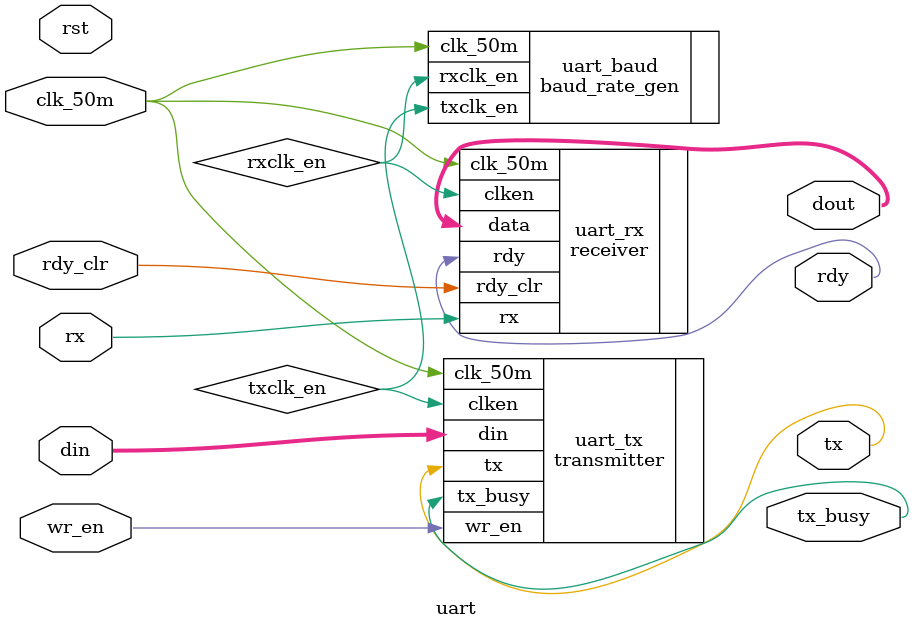
<source format=v>
module uart(input wire [7:0] din,
	    input wire wr_en,
	    input wire clk_50m,rst,
	    output wire tx,
	    output wire tx_busy,
	    input wire rx,
	    output wire rdy,
	    input wire rdy_clr,
	    output wire [7:0] dout);

wire rxclk_en, txclk_en;

baud_rate_gen uart_baud(.clk_50m(clk_50m),
			.rxclk_en(rxclk_en),
			.txclk_en(txclk_en));
transmitter uart_tx(.din(din),
		    .wr_en(wr_en),
		    .clk_50m(clk_50m),
		    .clken(txclk_en),
		    .tx(tx),
		    .tx_busy(tx_busy));
receiver uart_rx(.rx(rx),
		 .rdy(rdy),
		 .rdy_clr(rdy_clr),
		 .clk_50m(clk_50m),
		 .clken(rxclk_en),
		 .data(dout));

endmodule

</source>
